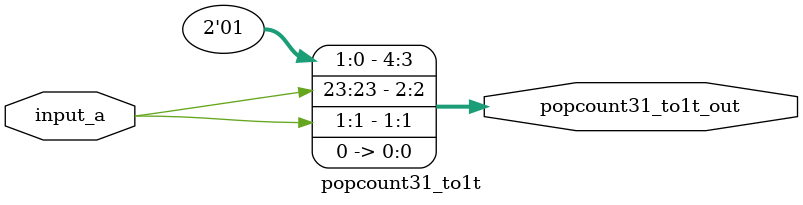
<source format=v>

module popcount31_to1t(input [30:0] input_a, output [4:0] popcount31_to1t_out);
  wire popcount31_to1t_core_036;
  wire popcount31_to1t_core_038;
  wire popcount31_to1t_core_039;
  wire popcount31_to1t_core_041;
  wire popcount31_to1t_core_043;
  wire popcount31_to1t_core_045_not;
  wire popcount31_to1t_core_046;
  wire popcount31_to1t_core_050;
  wire popcount31_to1t_core_052;
  wire popcount31_to1t_core_053;
  wire popcount31_to1t_core_054;
  wire popcount31_to1t_core_057;
  wire popcount31_to1t_core_059;
  wire popcount31_to1t_core_060;
  wire popcount31_to1t_core_063;
  wire popcount31_to1t_core_064;
  wire popcount31_to1t_core_065;
  wire popcount31_to1t_core_067;
  wire popcount31_to1t_core_068;
  wire popcount31_to1t_core_069;
  wire popcount31_to1t_core_070;
  wire popcount31_to1t_core_071;
  wire popcount31_to1t_core_073;
  wire popcount31_to1t_core_074;
  wire popcount31_to1t_core_075;
  wire popcount31_to1t_core_076;
  wire popcount31_to1t_core_077;
  wire popcount31_to1t_core_079;
  wire popcount31_to1t_core_080;
  wire popcount31_to1t_core_082;
  wire popcount31_to1t_core_086;
  wire popcount31_to1t_core_088;
  wire popcount31_to1t_core_093;
  wire popcount31_to1t_core_095;
  wire popcount31_to1t_core_096;
  wire popcount31_to1t_core_097;
  wire popcount31_to1t_core_098;
  wire popcount31_to1t_core_099;
  wire popcount31_to1t_core_100;
  wire popcount31_to1t_core_102;
  wire popcount31_to1t_core_104;
  wire popcount31_to1t_core_106;
  wire popcount31_to1t_core_107;
  wire popcount31_to1t_core_115;
  wire popcount31_to1t_core_116;
  wire popcount31_to1t_core_120;
  wire popcount31_to1t_core_121;
  wire popcount31_to1t_core_129;
  wire popcount31_to1t_core_133;
  wire popcount31_to1t_core_134;
  wire popcount31_to1t_core_136;
  wire popcount31_to1t_core_138;
  wire popcount31_to1t_core_139;
  wire popcount31_to1t_core_140;
  wire popcount31_to1t_core_142;
  wire popcount31_to1t_core_143;
  wire popcount31_to1t_core_144;
  wire popcount31_to1t_core_145;
  wire popcount31_to1t_core_146;
  wire popcount31_to1t_core_147;
  wire popcount31_to1t_core_150;
  wire popcount31_to1t_core_151;
  wire popcount31_to1t_core_153;
  wire popcount31_to1t_core_156;
  wire popcount31_to1t_core_158;
  wire popcount31_to1t_core_159;
  wire popcount31_to1t_core_160;
  wire popcount31_to1t_core_161;
  wire popcount31_to1t_core_162;
  wire popcount31_to1t_core_164;
  wire popcount31_to1t_core_166;
  wire popcount31_to1t_core_167;
  wire popcount31_to1t_core_172;
  wire popcount31_to1t_core_173;
  wire popcount31_to1t_core_174;
  wire popcount31_to1t_core_175;
  wire popcount31_to1t_core_177;
  wire popcount31_to1t_core_178;
  wire popcount31_to1t_core_180;
  wire popcount31_to1t_core_181;
  wire popcount31_to1t_core_183;
  wire popcount31_to1t_core_184;
  wire popcount31_to1t_core_186;
  wire popcount31_to1t_core_187;
  wire popcount31_to1t_core_188;
  wire popcount31_to1t_core_189;
  wire popcount31_to1t_core_190;
  wire popcount31_to1t_core_191;
  wire popcount31_to1t_core_192;
  wire popcount31_to1t_core_193;
  wire popcount31_to1t_core_194;
  wire popcount31_to1t_core_195;
  wire popcount31_to1t_core_196;
  wire popcount31_to1t_core_197;
  wire popcount31_to1t_core_200;
  wire popcount31_to1t_core_201_not;
  wire popcount31_to1t_core_203;
  wire popcount31_to1t_core_205;
  wire popcount31_to1t_core_206;
  wire popcount31_to1t_core_207;
  wire popcount31_to1t_core_210;
  wire popcount31_to1t_core_211;
  wire popcount31_to1t_core_213;
  wire popcount31_to1t_core_214;
  wire popcount31_to1t_core_215;
  wire popcount31_to1t_core_218;
  wire popcount31_to1t_core_219;

  assign popcount31_to1t_core_036 = input_a[8] ^ input_a[14];
  assign popcount31_to1t_core_038 = ~(input_a[15] | input_a[2]);
  assign popcount31_to1t_core_039 = ~input_a[9];
  assign popcount31_to1t_core_041 = ~(input_a[22] | input_a[14]);
  assign popcount31_to1t_core_043 = ~(input_a[24] ^ input_a[30]);
  assign popcount31_to1t_core_045_not = ~input_a[8];
  assign popcount31_to1t_core_046 = ~(input_a[23] | input_a[30]);
  assign popcount31_to1t_core_050 = ~(input_a[4] ^ input_a[1]);
  assign popcount31_to1t_core_052 = input_a[27] ^ input_a[24];
  assign popcount31_to1t_core_053 = ~(input_a[22] ^ input_a[9]);
  assign popcount31_to1t_core_054 = input_a[23] & input_a[25];
  assign popcount31_to1t_core_057 = ~(input_a[17] ^ input_a[29]);
  assign popcount31_to1t_core_059 = ~(input_a[28] | input_a[28]);
  assign popcount31_to1t_core_060 = ~(input_a[23] | input_a[18]);
  assign popcount31_to1t_core_063 = input_a[2] ^ input_a[30];
  assign popcount31_to1t_core_064 = ~(input_a[5] ^ input_a[19]);
  assign popcount31_to1t_core_065 = input_a[25] ^ input_a[23];
  assign popcount31_to1t_core_067 = input_a[19] ^ input_a[0];
  assign popcount31_to1t_core_068 = input_a[0] | input_a[14];
  assign popcount31_to1t_core_069 = input_a[17] ^ input_a[30];
  assign popcount31_to1t_core_070 = ~(input_a[12] | input_a[17]);
  assign popcount31_to1t_core_071 = input_a[11] ^ input_a[26];
  assign popcount31_to1t_core_073 = ~(input_a[18] & input_a[22]);
  assign popcount31_to1t_core_074 = ~(input_a[2] | input_a[15]);
  assign popcount31_to1t_core_075 = input_a[20] ^ input_a[6];
  assign popcount31_to1t_core_076 = ~(input_a[12] & input_a[18]);
  assign popcount31_to1t_core_077 = input_a[25] & input_a[6];
  assign popcount31_to1t_core_079 = ~(input_a[9] & input_a[0]);
  assign popcount31_to1t_core_080 = ~(input_a[12] & input_a[10]);
  assign popcount31_to1t_core_082 = input_a[10] ^ input_a[10];
  assign popcount31_to1t_core_086 = ~(input_a[15] & input_a[24]);
  assign popcount31_to1t_core_088 = ~(input_a[2] & input_a[11]);
  assign popcount31_to1t_core_093 = ~(input_a[12] ^ input_a[0]);
  assign popcount31_to1t_core_095 = ~(input_a[5] ^ input_a[29]);
  assign popcount31_to1t_core_096 = input_a[16] & input_a[8];
  assign popcount31_to1t_core_097 = ~(input_a[0] | input_a[22]);
  assign popcount31_to1t_core_098 = input_a[30] ^ input_a[3];
  assign popcount31_to1t_core_099 = ~input_a[9];
  assign popcount31_to1t_core_100 = ~(input_a[22] | input_a[22]);
  assign popcount31_to1t_core_102 = ~input_a[20];
  assign popcount31_to1t_core_104 = ~(input_a[21] ^ input_a[4]);
  assign popcount31_to1t_core_106 = input_a[5] | input_a[18];
  assign popcount31_to1t_core_107 = ~(input_a[13] & input_a[10]);
  assign popcount31_to1t_core_115 = ~(input_a[28] | input_a[28]);
  assign popcount31_to1t_core_116 = input_a[11] | input_a[15];
  assign popcount31_to1t_core_120 = input_a[27] | input_a[25];
  assign popcount31_to1t_core_121 = ~input_a[10];
  assign popcount31_to1t_core_129 = input_a[30] & input_a[11];
  assign popcount31_to1t_core_133 = input_a[10] | input_a[5];
  assign popcount31_to1t_core_134 = input_a[10] & input_a[16];
  assign popcount31_to1t_core_136 = ~(input_a[10] ^ input_a[30]);
  assign popcount31_to1t_core_138 = input_a[12] & input_a[19];
  assign popcount31_to1t_core_139 = input_a[20] ^ input_a[14];
  assign popcount31_to1t_core_140 = ~(input_a[26] | input_a[2]);
  assign popcount31_to1t_core_142 = ~(input_a[30] & input_a[21]);
  assign popcount31_to1t_core_143 = input_a[27] | input_a[30];
  assign popcount31_to1t_core_144 = input_a[17] | input_a[18];
  assign popcount31_to1t_core_145 = ~(input_a[9] | input_a[18]);
  assign popcount31_to1t_core_146 = input_a[18] ^ input_a[22];
  assign popcount31_to1t_core_147 = input_a[4] | input_a[6];
  assign popcount31_to1t_core_150 = ~(input_a[12] ^ input_a[20]);
  assign popcount31_to1t_core_151 = ~(input_a[29] ^ input_a[2]);
  assign popcount31_to1t_core_153 = ~(input_a[22] | input_a[1]);
  assign popcount31_to1t_core_156 = ~(input_a[18] & input_a[26]);
  assign popcount31_to1t_core_158 = input_a[11] ^ input_a[26];
  assign popcount31_to1t_core_159 = input_a[22] | input_a[14];
  assign popcount31_to1t_core_160 = input_a[20] ^ input_a[11];
  assign popcount31_to1t_core_161 = ~(input_a[25] | input_a[7]);
  assign popcount31_to1t_core_162 = input_a[8] & input_a[27];
  assign popcount31_to1t_core_164 = ~input_a[0];
  assign popcount31_to1t_core_166 = input_a[10] & input_a[20];
  assign popcount31_to1t_core_167 = input_a[30] ^ input_a[17];
  assign popcount31_to1t_core_172 = ~(input_a[4] & input_a[6]);
  assign popcount31_to1t_core_173 = ~(input_a[8] ^ input_a[28]);
  assign popcount31_to1t_core_174 = ~(input_a[21] | input_a[3]);
  assign popcount31_to1t_core_175 = ~(input_a[19] | input_a[6]);
  assign popcount31_to1t_core_177 = input_a[13] ^ input_a[1];
  assign popcount31_to1t_core_178 = input_a[15] & input_a[28];
  assign popcount31_to1t_core_180 = ~input_a[6];
  assign popcount31_to1t_core_181 = input_a[18] & input_a[0];
  assign popcount31_to1t_core_183 = input_a[0] & input_a[27];
  assign popcount31_to1t_core_184 = ~(input_a[20] & input_a[5]);
  assign popcount31_to1t_core_186 = input_a[6] & input_a[15];
  assign popcount31_to1t_core_187 = input_a[9] & input_a[23];
  assign popcount31_to1t_core_188 = input_a[0] & input_a[7];
  assign popcount31_to1t_core_189 = ~input_a[1];
  assign popcount31_to1t_core_190 = ~(input_a[7] & input_a[28]);
  assign popcount31_to1t_core_191 = input_a[12] | input_a[11];
  assign popcount31_to1t_core_192 = ~(input_a[25] | input_a[4]);
  assign popcount31_to1t_core_193 = input_a[9] & input_a[2];
  assign popcount31_to1t_core_194 = ~(input_a[14] | input_a[5]);
  assign popcount31_to1t_core_195 = ~(input_a[22] ^ input_a[30]);
  assign popcount31_to1t_core_196 = input_a[9] | input_a[17];
  assign popcount31_to1t_core_197 = input_a[7] | input_a[11];
  assign popcount31_to1t_core_200 = ~input_a[26];
  assign popcount31_to1t_core_201_not = ~input_a[28];
  assign popcount31_to1t_core_203 = ~(input_a[11] & input_a[7]);
  assign popcount31_to1t_core_205 = ~(input_a[3] | input_a[29]);
  assign popcount31_to1t_core_206 = input_a[26] ^ input_a[15];
  assign popcount31_to1t_core_207 = input_a[8] & input_a[12];
  assign popcount31_to1t_core_210 = ~input_a[25];
  assign popcount31_to1t_core_211 = ~input_a[14];
  assign popcount31_to1t_core_213 = input_a[13] ^ input_a[23];
  assign popcount31_to1t_core_214 = ~input_a[21];
  assign popcount31_to1t_core_215 = input_a[25] | input_a[0];
  assign popcount31_to1t_core_218 = input_a[23] | input_a[9];
  assign popcount31_to1t_core_219 = ~(input_a[23] ^ input_a[30]);

  assign popcount31_to1t_out[0] = 1'b0;
  assign popcount31_to1t_out[1] = input_a[1];
  assign popcount31_to1t_out[2] = input_a[23];
  assign popcount31_to1t_out[3] = 1'b1;
  assign popcount31_to1t_out[4] = 1'b0;
endmodule
</source>
